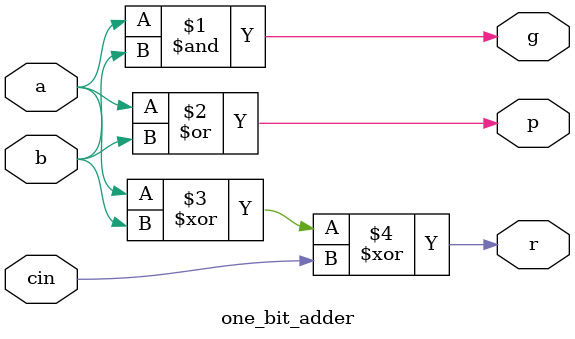
<source format=v>
module one_bit_adder (output p, output g, output r, input a, input b, input cin);
    wire w1, w2;

    and and1(g, a, b);			// g = ab

    or or1(p, a, b);				// p = a + b

    xor xor1(r, a, b, cin);	// r = (a xor b xor cin)

endmodule


</source>
